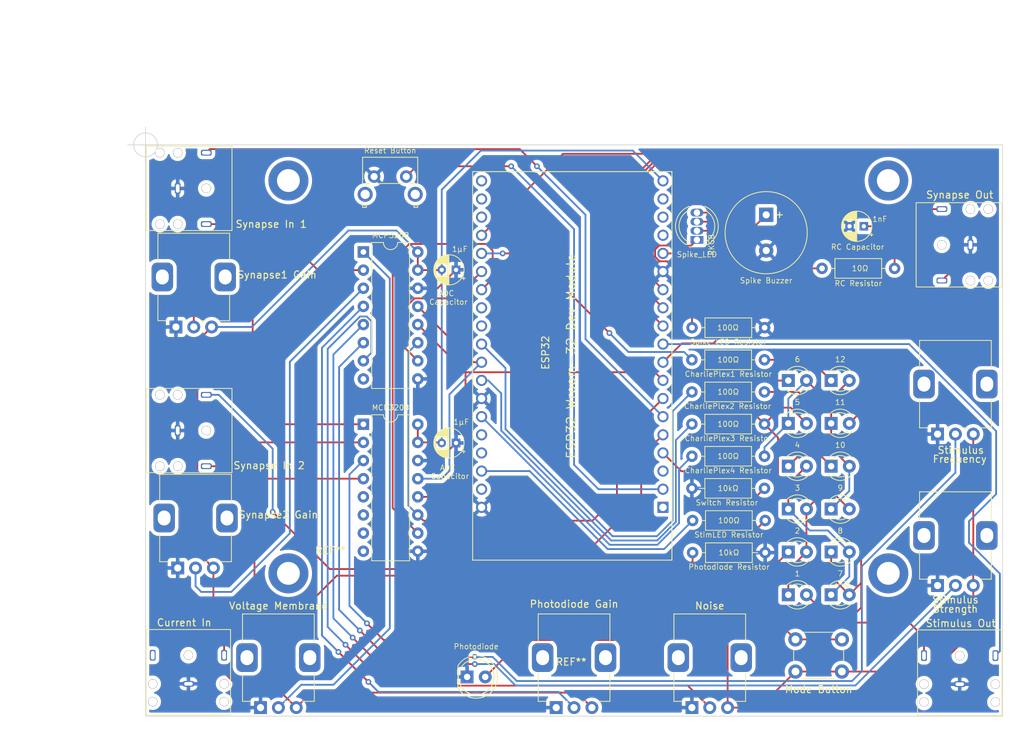
<source format=kicad_pcb>
(kicad_pcb (version 20211014) (generator pcbnew)
  (layers (0 "F.Cu" signal) (31 "B.Cu" signal) (34 "B.Paste" user) (35 "F.Paste" user) (36 "B.SilkS" user "B.Silkscreen") (37 "F.SilkS" user "F.Silkscreen") (38 "B.Mask" user) (39 "F.Mask" user) (44 "Edge.Cuts" user))
  (net 0 "")
  (net 7 "GNDREF")
  (net 8 "/23")
  (net 9 "/27")
  (net 10 "/26")
  (net 11 "+3V3")
  (net 12 "/34")
  (net 13 "/35")
  (net 14 "/25")
  (net 15 "/14")
  (net 16 "/12")
  (net 17 "/13")
  (net 18 "/22")
  (net 19 "/21")
  (net 20 "/19")
  (net 21 "/05")
  (net 22 "/17")
  (net 23 "/16")
  (net 24 "/02")
  (net 25 "/15")
  (net 26 "Net-(10Ω_RC1-Pad2)")
  (net 27 "Net-(100Ω_CharliePlex1-Pad2)")
  (net 28 "Net-(100Ω_CharliePlex2-Pad2)")
  (net 30 "Net-(100Ω_CharliePlex3-Pad2)")
  (net 31 "Net-(100Ω_CharliePlex4-Pad2)")
  (net 32 "Net-(100Ω_Stim-LED1-Pad2)")
  (net 33 "/39")
  (net 34 "VCC")
  (net 35 "Net-(Reset_Button1-Pad2)")
  (net 39 "/202")
  (net 40 "/203")
  (net 41 "/106")
  (net 42 "/103")
  (net 43 "/105")
  (net 44 "/104")
  (net 45 "/101")
  (net 46 "/102")
  (net 47 "/200")
  (net 48 "/201")
  (net 49 "/32")
  (net 50 "/33")
  (net 51 "/18")
  (net 52 "/04")
  (net 53 "/00")
  (net 54 "/100")
  (net 55 "/107")
  (net 56 "/204")
  (net 57 "/205")
  (net 58 "/206")
  (net 59 "/207")
  (net 60 "Net-(100Ω_Spike-LED1-Pad2)")
  (footprint "LED_THT:LED_D5.0mm-4_RGB" (layer "F.Cu") (at 177.2 63.3 90)
    (fp_text reference "Spike_LED")
    (fp_text value "RGB")
  )
  (footprint "MountingHole:MountingHole_3.2mm_M3_DIN965_Pad" (layer "F.Cu") (at 120 55)
    (fp_text reference " ")
    (fp_text value "MountingHole_3.2mm_M3_DIN965_Pad")
  )
  (footprint "LED_THT:LED_D3.0mm" (layer "F.Cu") (at 190 83)
    (fp_text reference "6")
    (fp_text value "D7")
  )
  (footprint "LED_THT:LED_D3.0mm" (layer "F.Cu") (at 190 113)
    (fp_text reference "1")
    (fp_text value "D2")
  )
  (footprint "Resistor_THT:R_Axial_DIN0207_L6.3mm_D2.5mm_P10.16mm_Horizontal" (layer "F.Cu") (at 186.66 98.1 180)
    (fp_text reference "10kΩ")
    (fp_text value "R5")
  )
  (footprint "Package_DIP:DIP-16_W7.62mm" (layer "F.Cu") (at 130.5 89.125)
    (fp_text reference "MCP3208")
    (fp_text value "MCP3208")
  )
  (footprint "Potentiometer_THT:Spikeling Potentiometer" (layer "F.Cu") (at 213.4 104.2 90)
    (fp_text reference "Stimulus")
    (fp_text value "RV6")
  )
  (footprint "Potentiometer_THT:Spikeling Potentiometer" (layer "F.Cu") (at 179 121.3 90)
    (fp_text reference "Noise")
    (fp_text value "RV4")
  )
  (footprint "Audio_Module:Spikeling_Photoreceptor" (layer "F.Cu") (at 159.6 122.9)
    (fp_text reference "REF**")
    (fp_text value "Spikeling_neuron")
  )
  (footprint "Audio_Module:Spikeling Audio Jack 3.5mm" (layer "F.Cu") (at 100 56.1 90)
    (fp_text reference "Synapse In 1")
    (fp_text value "J2")
  )
  (footprint "Audio_Module:Spikeling Audio Jack 3.5mm" (layer "F.Cu") (at 220 64 -90)
    (fp_text reference "Synapse Out")
    (fp_text value "J1")
  )
  (footprint "Potentiometer_THT:Spikeling Potentiometer" (layer "F.Cu") (at 106.75 68 90)
    (fp_text reference "Synapse1 Gain")
    (fp_text value "RV1")
  )
  (footprint "Audio_Module:Spikeling_Electrode" (layer "F.Cu") (at 125.9 107.3)
    (fp_text reference "REF**")
    (fp_text value "Spikeling_neuron")
  )
  (footprint "LED_THT:LED_D3.0mm" (layer "F.Cu") (at 190 101)
    (fp_text reference "3")
    (fp_text value "D4")
  )
  (footprint "Potentiometer_THT:Spikeling Potentiometer" (layer "F.Cu") (at 118.6 121.3 90)
    (fp_text reference "Voltage Membrane")
    (fp_text value "RV3")
  )
  (footprint "Resistor_THT:R_Axial_DIN0207_L6.3mm_D2.5mm_P10.16mm_Horizontal" (layer "F.Cu") (at 176.6 102.6)
    (fp_text reference "100Ω")
    (fp_text value "R3")
  )
  (footprint "MountingHole:MountingHole_3.2mm_M3_DIN965_Pad" (layer "F.Cu") (at 204 55)
    (fp_text reference " ")
    (fp_text value "MountingHole_M3")
  )
  (footprint "Package_DIP:DIP-16_W7.62mm" (layer "F.Cu") (at 130.5 65)
    (fp_text reference "MCP3208")
    (fp_text value "MCP3208")
  )
  (footprint "Capacitor_THT:CP_Radial_D4.0mm_P2.00mm" (layer "F.Cu") (at 143.4726 91.75 180)
    (fp_text reference "1μF")
    (fp_text value "1 μF")
  )
  (footprint "Audio_Module:Spikeling Audio Jack 3.5mm" (layer "F.Cu") (at 214 130.0175 180)
    (fp_text reference "Stimulus Out")
    (fp_text value "J5")
  )
  (footprint "Button_Switch_THT:Spikeling reset button" (layer "F.Cu") (at 134.25 51.75)
    (fp_text reference "Reset Button")
    (fp_text value "SW2")
  )
  (footprint "LED_THT:LED_D3.0mm" (layer "F.Cu") (at 196 95)
    (fp_text reference "10")
    (fp_text value "D11")
  )
  (footprint "LED_THT:LED_D3.0mm" (layer "F.Cu") (at 196 107)
    (fp_text reference "8")
    (fp_text value "LED")
  )
  (footprint "Capacitor_THT:CP_Radial_D4.0mm_P2.00mm" (layer "F.Cu") (at 143.4726 67.5 180)
    (fp_text reference "1μF")
    (fp_text value "1 μF")
  )
  (footprint "Resistor_THT:R_Axial_DIN0207_L6.3mm_D2.5mm_P10.16mm_Horizontal" (layer "F.Cu") (at 176.5 93.6)
    (fp_text reference "100Ω")
    (fp_text value "R9")
  )
  (footprint "LED_THT:LED_D3.0mm" (layer "F.Cu") (at 196 83)
    (fp_text reference "12")
    (fp_text value "D13")
  )
  (footprint "LED_THT:LED_D3.0mm" (layer "F.Cu") (at 196 89)
    (fp_text reference "11")
    (fp_text value "D12")
  )
  (footprint "LED_THT:LED_D3.0mm" (layer "F.Cu") (at 196 101)
    (fp_text reference "9")
    (fp_text value "D10")
  )
  (footprint "Resistor_THT:R_Axial_DIN0207_L6.3mm_D2.5mm_P10.16mm_Horizontal" (layer "F.Cu") (at 194.72 67.3)
    (fp_text reference "10Ω")
    (fp_text value "R1")
  )
  (footprint "LED_THT:LED_D5.0mm" (layer "F.Cu") (at 145.025 124.5)
    (fp_text reference "Photodiode")
    (fp_text value "D1")
  )
  (footprint "Potentiometer_THT:Spikeling Potentiometer" (layer "F.Cu") (at 213.4 83 90)
    (fp_text reference "Stimulus")
    (fp_text value "RV7")
  )
  (footprint "Potentiometer_THT:Spikeling Potentiometer" (layer "F.Cu") (at 107 101.75 90)
    (fp_text reference "Synapse2 Gain")
    (fp_text value "RV2")
  )
  (footprint "Audio_Module:Spikeling Audio Jack 3.5mm" (layer "F.Cu") (at 100 90 90)
    (fp_text reference "Synapse In 2")
    (fp_text value "J3")
  )
  (footprint "LED_THT:LED_D3.0mm" (layer "F.Cu") (at 190 107)
    (fp_text reference "2")
    (fp_text value "D3")
  )
  (footprint "MountingHole:MountingHole_3.2mm_M3_DIN965_Pad" (layer "F.Cu") (at 204 110)
    (fp_text reference " ")
    (fp_text value "MountingHole_3.2mm_M3_DIN965_Pad")
  )
  (footprint "LED_THT:LED_D3.0mm" (layer "F.Cu") (at 190 95)
    (fp_text reference "4")
    (fp_text value "D5")
  )
  (footprint "Audio_Module:Spikeling Audio Jack 3.5mm" (layer "F.Cu") (at 106 129.9685 180)
    (fp_text reference "Current In")
    (fp_text value "J4")
  )
  (footprint "Resistor_THT:R_Axial_DIN0207_L6.3mm_D2.5mm_P10.16mm_Horizontal" (layer "F.Cu") (at 176.5 89.1)
    (fp_text reference "100Ω")
    (fp_text value "R8")
  )
  (footprint "Resistor_THT:R_Axial_DIN0207_L6.3mm_D2.5mm_P10.16mm_Horizontal" (layer "F.Cu") (at 176.6 107.1)
    (fp_text reference "10kΩ")
    (fp_text value "R2")
  )
  (footprint "Potentiometer_THT:Spikeling Potentiometer" (layer "F.Cu") (at 160 121.3 90)
    (fp_text reference "Photodiode Gain")
    (fp_text value "RV5")
  )
  (footprint "Capacitor_THT:CP_Radial_D4.0mm_P2.00mm" (layer "F.Cu") (at 200.5726 61.4 180)
    (fp_text reference "1nF")
    (fp_text value "C3")
  )
  (footprint "Resistor_THT:R_Axial_DIN0207_L6.3mm_D2.5mm_P10.16mm_Horizontal" (layer "F.Cu") (at 176.5 84.6)
    (fp_text reference "100Ω")
    (fp_text value "R7")
  )
  (footprint "Resistor_THT:R_Axial_DIN0207_L6.3mm_D2.5mm_P10.16mm_Horizontal" (layer "F.Cu") (at 186.68 75.6 180)
    (fp_text reference "100Ω")
    (fp_text value "R4")
  )
  (footprint "Buzzer_Beeper:Buzzer_11.5x9.5RM5" (layer "F.Cu") (at 186.9 58.5 -90)
    (fp_text reference "Spike Buzzer")
    (fp_text value "BZ1")
  )
  (footprint "MountingHole:MountingHole_3.2mm_M3_DIN965_Pad" (layer "F.Cu") (at 120 110)
    (fp_text reference " ")
    (fp_text value "MountingHole_3.2mm_M3_DIN965_Pad")
  )
  (footprint "Audio_Module:Spikeling_Neuron" (layer "F.Cu") (at 155.9 65.6)
    (fp_text reference "ESP32")
    (fp_text value "Spikeling_neuron")
  )
  (footprint "Resistor_THT:R_Axial_DIN0207_L6.3mm_D2.5mm_P10.16mm_Horizontal" (layer "F.Cu") (at 176.5 80.1)
    (fp_text reference "100Ω")
    (fp_text value "R6")
  )
  (footprint "Button_Switch_THT:SW_PUSH_6mm_H13mm" (layer "F.Cu") (at 191 119.25)
    (fp_text reference "Mode Button")
    (fp_text value "SW1")
  )
  (footprint "Module:MODULE_ESP32-DEVKITC-32D" (layer "F.Cu") (at 159.75 81 180)
    (fp_text reference "ESP32 Wroom-32 Dev Module")
    (fp_text value "ESP32-DEVKITC-32D")
  )
  (footprint "LED_THT:LED_D3.0mm" (layer "F.Cu") (at 196 113)
    (fp_text reference "7")
    (fp_text value "D8")
  )
  (footprint "LED_THT:LED_D3.0mm" (layer "F.Cu") (at 190 89)
    (fp_text reference "5")
    (fp_text value "D6")
  )
  (gr_line (start 220 130) (end 100 130) (layer "Edge.Cuts") (width 0.1))
  (gr_line (start 100 50) (end 220 50) (layer "Edge.Cuts") (width 0.1))
  (gr_line (start 220 50) (end 220 130) (layer "Edge.Cuts") (width 0.1))
  (gr_line (start 100 130) (end 100 50) (layer "Edge.Cuts") (width 0.1))
  (gr_text "ADC \nCapacitor" (at 142.4 71.4) (layer "F.SilkS") (effects (font (size 0.75 0.75) (thickness 0.1))))
  (gr_text "Switch Resistor" (at 181.4 100.1) (layer "F.SilkS") (effects (font (size 0.75 0.75) (thickness 0.1))))
  (gr_text "CharliePlex3 Resistor" (at 181.58 91.1) (layer "F.SilkS") (effects (font (size 0.75 0.75) (thickness 0.1))))
  (gr_text "Frequency" (at 214 94) (layer "F.SilkS") (effects (font (size 1 1))))
  (gr_text "Strength" (at 213.4 115) (layer "F.SilkS") (effects (font (size 1 1))))
  (gr_text "CharliePlex2 Resistor" (at 181.5 86.6) (layer "F.SilkS") (effects (font (size 0.75 0.75) (thickness 0.1))))
  (gr_text "Spike_LED Resistor" (at 181.58 77.6) (layer "F.SilkS") (effects (font (size 0.75 0.75) (thickness 0.1))))
  (gr_text "CharliePlex1 Resistor" (at 181.6 82.1) (layer "F.SilkS") (effects (font (size 0.75 0.75) (thickness 0.1))))
  (gr_text "RKGB" (at 179.25 64 90) (layer "F.SilkS") (effects (font (size 0.75 0.75) (thickness 0.1))))
  (gr_text "RC Capacitor" (at 199.7 64.3) (layer "F.SilkS") (effects (font (size 0.75 0.75) (thickness 0.1))))
  (gr_text "RC Resistor" (at 199.8 69.4) (layer "F.SilkS") (effects (font (size 0.75 0.75) (thickness 0.1))))
  (gr_text "StimLED Resistor" (at 181.68 104.6) (layer "F.SilkS") (effects (font (size 0.75 0.75) (thickness 0.1))))
  (gr_text "Photodiode Resistor" (at 181.7 109.1) (layer "F.SilkS") (effects (font (size 0.75 0.75) (thickness 0.1))))
  (gr_text "ADC \nCapacitor" (at 142.6 95.8) (layer "F.SilkS") (effects (font (size 0.75 0.75) (thickness 0.1))))
  (gr_text "CharliePlex4 Resistor" (at 181.58 95.6) (layer "F.SilkS") (effects (font (size 0.75 0.75) (thickness 0.1))))
  (target plus (at 100 50) (size 5) (width 0.1) (layer "Edge.Cuts"))
  (segment (start 141.0176 94.205) (end 143.4726 91.75) (width 0.25) (layer "F.Cu") (net 7))
  (segment (start 140.8926 70.08) (end 143.4726 67.5) (width 0.25) (layer "F.Cu") (net 7))
  (segment (start 138.12 94.205) (end 141.0176 94.205) (width 0.25) (layer "F.Cu") (net 7))
  (segment (start 138.12 70.08) (end 140.8926 70.08) (width 0.25) (layer "F.Cu") (net 7))
  (segment (start 176.4 99.019022) (end 176.4 98.3) (width 0.25) (layer "B.Cu") (net 7))
  (segment (start 178.5 51.8) (end 180.4 53.7) (width 0.25) (layer "F.Cu") (net 9))
  (segment (start 172.45 75.36) (end 168.3 71.21) (width 0.25) (layer "F.Cu") (net 9))
  (segment (start 180.4 61.6) (end 179.97 62.03) (width 0.25) (layer "F.Cu") (net 9))
  (segment (start 180.4 53.7) (end 180.4 61.6) (width 0.25) (layer "F.Cu") (net 9))
  (segment (start 172.45 75.36) (end 172.45 74.8797) (width 0.25) (layer "F.Cu") (net 9))
  (segment (start 179.97 62.03) (end 177.2 62.03) (width 0.25) (layer "F.Cu") (net 9))
  (segment (start 168.3 54.6) (end 171.1 51.8) (width 0.25) (layer "F.Cu") (net 9))
  (segment (start 176.6 62.14) (end 177.75 62.14) (width 0.25) (layer "F.Cu") (net 9))
  (segment (start 168.3 71.21) (end 168.3 54.6) (width 0.25) (layer "F.Cu") (net 9))
  (segment (start 171.1 51.8) (end 178.5 51.8) (width 0.25) (layer "F.Cu") (net 9))
  (segment (start 215.3 102.7) (end 219.1 98.9) (width 0.25) (layer "B.Cu") (net 10))
  (segment (start 219 121.5175) (end 219.62452 120.89298) (width 0.25) (layer "B.Cu") (net 10))
  (segment (start 219.62452 120.89298) (end 219.62452 110.04412) (width 0.25) (layer "B.Cu") (net 10))
  (segment (start 206.9196 77.9) (end 172.45 77.9) (width 0.25) (layer "B.Cu") (net 10))
  (segment (start 219.62452 110.04412) (end 215.3 105.7196) (width 0.25) (layer "B.Cu") (net 10))
  (segment (start 219.1 90.0804) (end 206.9196 77.9) (width 0.25) (layer "B.Cu") (net 10))
  (segment (start 215.3 105.7196) (end 215.3 102.7) (width 0.25) (layer "B.Cu") (net 10))
  (segment (start 219.1 98.9) (end 219.1 90.0804) (width 0.25) (layer "B.Cu") (net 10))
  (segment (start 159.4 109.4) (end 125.8 109.4) (width 0.25) (layer "F.Cu") (net 12))
  (segment (start 172.45 90.6) (end 169.4 93.65) (width 0.25) (layer "F.Cu") (net 12))
  (segment (start 125.8 109.4) (end 117.8 101.4) (width 0.25) (layer "F.Cu") (net 12))
  (segment (start 169.4 93.65) (end 169.4 99.4) (width 0.25) (layer "F.Cu") (net 12))
  (segment (start 169.4 99.4) (end 159.4 109.4) (width 0.25) (layer "F.Cu") (net 12))
  (via (at 117.8 101.4) (size 0.8) (drill 0.4) (layers "F.Cu" "B.Cu") (net 12))
  (segment (start 108.5 85) (end 110.25 85) (width 0.25) (layer "B.Cu") (net 12))
  (segment (start 117.8 92.55) (end 117.8 101.4) (width 0.25) (layer "B.Cu") (net 12))
  (segment (start 110.25 85) (end 117.8 92.55) (width 0.25) (layer "B.Cu") (net 12))
  (segment (start 154.8 53) (end 152.4 50.6) (width 0.25) (layer "F.Cu") (net 13))
  (segment (start 152.4 50.6) (end 109 50.6) (width 0.25) (layer "F.Cu") (net 13))
  (segment (start 109 50.6) (end 108.5 51.1) (width 0.25) (layer "F.Cu") (net 13))
  (via (at 154.8 53) (size 0.8) (drill 0.4) (layers "F.Cu" "B.Cu") (net 13))
  (segment (start 161.6 77.21) (end 172.45 88.06) (width 0.25) (layer "B.Cu") (net 13))
  (segment (start 161.6 59.8) (end 161.6 77.21) (width 0.25) (layer "B.Cu") (net 13))
  (segment (start 154.8 53) (end 161.6 59.8) (width 0.25) (layer "B.Cu") (net 13))
  (segment (start 172.45 80.44) (end 173.914511 78.975489) (width 0.25) (layer "F.Cu") (net 14))
  (segment (start 173.914511 78.975489) (end 173.924511 78.975489) (width 0.25) (layer "F.Cu") (net 14))
  (segment (start 179.5 77.8) (end 190 67.3) (width 0.25) (layer "F.Cu") (net 14))
  (segment (start 175.1 77.8) (end 179.5 77.8) (width 0.25) (layer "F.Cu") (net 14))
  (segment (start 190 67.3) (end 194.72 67.3) (width 0.25) (layer "F.Cu") (net 14))
  (segment (start 173.924511 78.975489) (end 175.1 77.8) (width 0.25) (layer "F.Cu") (net 14))
  (segment (start 168.74952 69.11952) (end 172.45 72.82) (width 0.25) (layer "F.Cu") (net 15))
  (segment (start 179.95048 60.14952) (end 179.95048 53.886198) (width 0.25) (layer "F.Cu") (net 15))
  (segment (start 179.34 60.76) (end 179.95048 60.14952) (width 0.25) (layer "F.Cu") (net 15))
  (segment (start 179.95048 53.886198) (end 178.313802 52.24952) (width 0.25) (layer "F.Cu") (net 15))
  (segment (start 171.286198 52.24952) (end 168.74952 54.786198) (width 0.25) (layer "F.Cu") (net 15))
  (segment (start 177.2 60.76) (end 179.34 60.76) (width 0.25) (layer "F.Cu") (net 15))
  (segment (start 168.74952 54.786198) (end 168.74952 69.11952) (width 0.25) (layer "F.Cu") (net 15))
  (segment (start 178.313802 52.24952) (end 171.286198 52.24952) (width 0.25) (layer "F.Cu") (net 15))
  (segment (start 179.5 58.7) (end 179.5 54.071436) (width 0.25) (layer "F.Cu") (net 16))
  (segment (start 177.2 59.49) (end 178.71 59.49) (width 0.25) (layer "F.Cu") (net 16))
  (segment (start 178.71 59.49) (end 179.5 58.7) (width 0.25) (layer "F.Cu") (net 16))
  (segment (start 178.127604 52.69904) (end 171.472396 52.69904) (width 0.25) (layer "F.Cu") (net 16))
  (segment (start 169.3 54.871436) (end 169.3 67.13) (width 0.25) (layer "F.Cu") (net 16))
  (segment (start 179.5 54.071436) (end 178.127604 52.69904) (width 0.25) (layer "F.Cu") (net 16))
  (segment (start 169.3 67.13) (end 172.45 70.28) (width 0.25) (layer "F.Cu") (net 16))
  (segment (start 171.472396 52.69904) (end 169.3 54.871436) (width 0.25) (layer "F.Cu") (net 16))
  (segment (start 181.5 65.2) (end 186.9 59.8) (width 0.25) (layer "F.Cu") (net 17))
  (segment (start 172.45 65.2) (end 172.45 64.8) (width 0.25) (layer "F.Cu") (net 17))
  (segment (start 172.45 65.2) (end 181.5 65.2) (width 0.25) (layer "F.Cu") (net 17))
  (segment (start 172.6 106.6) (end 176.6 102.6) (width 0.25) (layer "B.Cu") (net 18))
  (segment (start 164.7 106.6) (end 172.6 106.6) (width 0.25) (layer "B.Cu") (net 18))
  (segment (start 153.78 95.68) (end 164.7 106.6) (width 0.25) (layer "B.Cu") (net 18))
  (segment (start 147.05 95.68) (end 153.78 95.68) (width 0.25) (layer "B.Cu") (net 18))
  (segment (start 164.99 106) (end 171.671435 106) (width 0.25) (layer "B.Cu") (net 19))
  (segment (start 174.69904 95.40096) (end 176.5 93.6) (width 0.25) (layer "B.Cu") (net 19))
  (segment (start 164.99 106) (end 147.05 88.06) (width 0.25) (layer "B.Cu") (net 19))
  (segment (start 171.671435 106) (end 174.69904 102.972394) (width 0.25) (layer "B.Cu") (net 19))
  (segment (start 174.69904 102.972394) (end 174.69904 95.40096) (width 0.25) (layer "B.Cu") (net 19))
  (segment (start 165.2 105.4) (end 149.8 90) (width 0.25) (layer "B.Cu") (net 20))
  (segment (start 147.98 82.98) (end 147.05 82.98) (width 0.25) (layer "B.Cu") (net 20))
  (segment (start 174.24952 102.786197) (end 174.24952 91.35048) (width 0.25) (layer "B.Cu") (net 20))
  (segment (start 174.24952 91.35048) (end 176.5 89.1) (width 0.25) (layer "B.Cu") (net 20))
  (segment (start 149.8 84.8) (end 147.98 82.98) (width 0.25) (layer "B.Cu") (net 20))
  (segment (start 149.8 90) (end 149.8 84.8) (width 0.25) (layer "B.Cu") (net 20))
  (segment (start 171.635717 105.4) (end 174.24952 102.786197) (width 0.25) (layer "B.Cu") (net 20))
  (segment (start 165.2 105.4) (end 171.635717 105.4) (width 0.25) (layer "B.Cu") (net 20))
  (segment (start 173.8 102.6) (end 173.8 87.3) (width 0.25) (layer "B.Cu") (net 21))
  (segment (start 171.6 104.8) (end 173.8 102.6) (width 0.25) (layer "B.Cu") (net 21))
  (segment (start 165.4 104.8) (end 171.6 104.8) (width 0.25) (layer "B.Cu") (net 21))
  (segment (start 150.4 89.8) (end 165.4 104.8) (width 0.25) (layer "B.Cu") (net 21))
  (segment (start 173.8 87.3) (end 176.5 84.6) (width 0.25) (layer "B.Cu") (net 21))
  (segment (start 147.05 77.9) (end 150.4 81.25) (width 0.25) (layer "B.Cu") (net 21))
  (segment (start 150.4 81.25) (end 150.4 89.8) (width 0.25) (layer "B.Cu") (net 21))
  (segment (start 153.8 65.2) (end 164.95 76.35) (width 0.25) (layer "F.Cu") (net 24))
  (segment (start 150 65.2) (end 153.8 65.2) (width 0.25) (layer "F.Cu") (net 24))
  (via (at 150 65.2) (size 0.8) (drill 0.4) (layers "F.Cu" "B.Cu") (net 24))
  (via (at 164.95 76.35) (size 0.8) (drill 0.4) (layers "F.Cu" "B.Cu") (net 24))
  (segment (start 167.604511 79.004511) (end 164.95 76.35) (width 0.25) (layer "B.Cu") (net 24))
  (segment (start 176.5 80.1) (end 175.404511 79.004511) (width 0.25) (layer "B.Cu") (net 24))
  (segment (start 150 65.2) (end 147.05 65.2) (width 0.25) (layer "B.Cu") (net 24))
  (segment (start 175.404511 79.004511) (end 167.604511 79.004511) (width 0.25) (layer "B.Cu") (net 24))
  (segment (start 164.95 76.35) (end 164.9 76.3) (width 0.25) (layer "B.Cu") (net 24))
  (segment (start 147.05 62.66) (end 158.46 51.25) (width 0.25) (layer "F.Cu") (net 25))
  (segment (start 214 66.5) (end 214 63.9685) (width 0.25) (layer "F.Cu") (net 25))
  (segment (start 158.46 51.25) (end 208 51.25) (width 0.25) (layer "F.Cu") (net 25))
  (segment (start 214 57.25) (end 214 63.9685) (width 0.25) (layer "F.Cu") (net 25))
  (segment (start 211.5 69) (end 214 66.5) (width 0.25) (layer "F.Cu") (net 25))
  (segment (start 208 51.25) (end 214 57.25) (width 0.25) (layer "F.Cu") (net 25))
  (segment (start 200.5726 61.4) (end 206.3685 61.4) (width 0.25) (layer "F.Cu") (net 26))
  (segment (start 204.88 62.8885) (end 206.3685 61.4) (width 0.25) (layer "F.Cu") (net 26))
  (segment (start 206.3685 61.4) (end 208.7685 59) (width 0.25) (layer "F.Cu") (net 26))
  (segment (start 208.7685 59) (end 211.5 59) (width 0.25) (layer "F.Cu") (net 26))
  (segment (start 204.88 67.3) (end 204.88 62.8885) (width 0.25) (layer "F.Cu") (net 26))
  (segment (start 200.2 114.8) (end 199.3 115.7) (width 0.25) (layer "F.Cu") (net 27))
  (segment (start 200.2 80.7) (end 200.2 87.34) (width 0.25) (layer "F.Cu") (net 27))
  (segment (start 200.2 111.2) (end 200.2 111.34) (width 0.25) (layer "F.Cu") (net 27))
  (segment (start 189.5 115.7) (end 188.4 114.6) (width 0.25) (layer "F.Cu") (net 27))
  (segment (start 193.1 80.1) (end 199.6 80.1) (width 0.25) (layer "F.Cu") (net 27))
  (segment (start 196 107) (end 196 110.46) (width 0.25) (layer "F.Cu") (net 27))
  (segment (start 199.6 80.1) (end 200.2 80.7) (width 0.25) (layer "F.Cu") (net 27))
  (segment (start 186.66 80.1) (end 193.1 80.1) (width 0.25) (layer "F.Cu") (net 27))
  (segment (start 196 110.46) (end 198.54 113) (width 0.25) (layer "F.Cu") (net 27))
  (segment (start 200.2 87.34) (end 200.2 111.34) (width 0.25) (layer "F.Cu") (net 27))
  (segment (start 195.24 115.7) (end 189.5 115.7) (width 0.25) (layer "F.Cu") (net 27))
  (segment (start 200.2 111.34) (end 200.2 114.8) (width 0.25) (layer "F.Cu") (net 27))
  (segment (start 200.2 111.34) (end 198.54 113) (width 0.25) (layer "F.Cu") (net 27))
  (segment (start 195.24 115.7) (end 192.54 113) (width 0.25) (layer "F.Cu") (net 27))
  (segment (start 199.3 115.7) (end 195.24 115.7) (width 0.25) (layer "F.Cu") (net 27))
  (segment (start 188.4 108.6) (end 190 107) (width 0.25) (layer "F.Cu") (net 27))
  (segment (start 193.1 80.1) (end 196 83) (width 0.25) (layer "F.Cu") (net 27))
  (segment (start 200.2 87.34) (end 198.54 89) (width 0.25) (layer "F.Cu") (net 27))
  (segment (start 188.4 114.6) (end 188.4 108.6) (width 0.25) (layer "F.Cu") (net 27))
  (segment (start 190 113) (end 190 109.54) (width 0.25) (layer "F.Cu") (net 28))
  (segment (start 194.1 93.1) (end 194.1 95.6) (width 0.25) (layer "F.Cu") (net 28))
  (segment (start 190 109.54) (end 192.54 107) (width 0.25) (layer "F.Cu") (net 28))
  (segment (start 194.1 95.6) (end 194.1 99.44) (width 0.25) (layer "F.Cu") (net 28))
  (segment (start 198.54 101) (end 194.1 96.56) (width 0.25) (layer "F.Cu") (net 28))
  (segment (start 194.1 89) (end 194.1 93.1) (width 0.25) (layer "F.Cu") (net 28))
  (segment (start 194.1 99.44) (end 192.54 101) (width 0.25) (layer "F.Cu") (net 28))
  (segment (start 194.1 90.9) (end 194.1 89) (width 0.25) (layer "F.Cu") (net 28))
  (segment (start 191.4 84.6) (end 194.1 87.3) (width 0.25) (layer "F.Cu") (net 28))
  (segment (start 190 95) (end 194.1 90.9) (width 0.25) (layer "F.Cu") (net 28))
  (segment (start 194.1 96.56) (end 194.1 95.6) (width 0.25) (layer "F.Cu") (net 28))
  (segment (start 194.1 87.3) (end 194.1 89) (width 0.25) (layer "F.Cu") (net 28))
  (segment (start 194.1 93.1) (end 196 95) (width 0.25) (layer "F.Cu") (net 28))
  (segment (start 186.66 84.6) (end 191.4 84.6) (width 0.25) (layer "F.Cu") (net 28))
  (segment (start 192.54 101) (end 192.54 107) (width 0.25) (layer "F.Cu") (net 28))
  (segment (start 192.54 107) (end 192.54 106.225009) (width 0.25) (layer "B.Cu") (net 28))
  (segment (start 186.66 89.1) (end 184.8 87.24) (width 0.25) (layer "F.Cu") (net 30))
  (segment (start 184.8 87.24) (end 184.8 84.1) (width 0.25) (layer "F.Cu") (net 30))
  (segment (start 190 97.54) (end 190 98.88) (width 0.25) (layer "F.Cu") (net 30))
  (segment (start 184.8 84.1) (end 185.9 83) (width 0.25) (layer "F.Cu") (net 30))
  (segment (start 186.66 89.1) (end 188.96 86.8) (width 0.25) (layer "F.Cu") (net 30))
  (segment (start 188.56 91) (end 188.56 97.44) (width 0.25) (layer "F.Cu") (net 30))
  (segment (start 190 98.88) (end 190 101) (width 0.25) (layer "F.Cu") (net 30))
  (segment (start 185.9 83) (end 190 83) (width 0.25) (layer "F.Cu") (net 30))
  (segment (start 188.96 86.8) (end 190.34 86.8) (width 0.25) (layer "F.Cu") (net 30))
  (segment (start 190.34 86.8) (end 192.54 89) (width 0.25) (layer "F.Cu") (net 30))
  (segment (start 192.54 95) (end 190 97.54) (width 0.25) (layer "F.Cu") (net 30))
  (segment (start 186.66 89.1) (end 188.56 91) (width 0.25) (layer "F.Cu") (net 30))
  (segment (start 188.56 97.44) (end 190 98.88) (width 0.25) (layer "F.Cu") (net 30))
  (segment (start 198.54 107) (end 198.54 110.46) (width 0.25) (layer "B.Cu") (net 30))
  (segment (start 190 101) (end 193 104) (width 0.25) (layer "B.Cu") (net 30))
  (segment (start 195.54 104) (end 198.54 107) (width 0.25) (layer "B.Cu") (net 30))
  (segment (start 193 104) (end 195.54 104) (width 0.25) (layer "B.Cu") (net 30))
  (segment (start 198.54 110.46) (end 196 113) (width 0.25) (layer "B.Cu") (net 30))
  (segment (start 196 92.46) (end 198.54 95) (width 0.25) (layer "F.Cu") (net 31))
  (segment (start 192.54 83) (end 196 86.46) (width 0.25) (layer "F.Cu") (net 31))
  (segment (start 196 86.46) (end 196 85.54) (width 0.25) (layer "F.Cu") (net 31))
  (segment (start 196 89) (end 196 92.46) (width 0.25) (layer "F.Cu") (net 31))
  (segment (start 196 86.46) (end 196 89) (width 0.25) (layer "F.Cu") (net 31))
  (segment (start 196 85.54) (end 198.54 83) (width 0.25) (layer "F.Cu") (net 31))
  (segment (start 198.54 95) (end 198.54 98.46) (width 0.25) (layer "B.Cu") (net 31))
  (segment (start 190 89) (end 190 85.54) (width 0.25) (layer "B.Cu") (net 31))
  (segment (start 186.66 93.6) (end 186.66 92.34) (width 0.25) (layer "B.Cu") (net 31))
  (segment (start 186.66 92.34) (end 190 89) (width 0.25) (layer "B.Cu") (net 31))
  (segment (start 198.54 98.46) (end 196 101) (width 0.25) (layer "B.Cu") (net 31))
  (segment (start 190 85.54) (end 192.54 83) (width 0.25) (layer "B.Cu") (net 31))
  (segment (start 189.6 116.9) (end 206.9315 116.9) (width 0.25) (layer "F.Cu") (net 32))
  (segment (start 185.1 112.4) (end 189.6 116.9) (width 0.25) (layer "F.Cu") (net 32))
  (segment (start 206.9315 116.9) (end 209 118.9685) (width 0.25) (layer "F.Cu") (net 32))
  (segment (start 185.1 104.26) (end 185.1 112.4) (width 0.25) (layer "F.Cu") (net 32))
  (segment (start 186.76 102.6) (end 185.1 104.26) (width 0.25) (layer "F.Cu") (net 32))
  (segment (start 209 118.9685) (end 209 121.5175) (width 0.25) (layer "F.Cu") (net 32))
  (segment (start 175.01 95.7) (end 179.54 95.7) (width 0.25) (layer "F.Cu") (net 33))
  (segment (start 186.66 98.1) (end 184.3 100.46) (width 0.25) (layer "F.Cu") (net 33))
  (segment (start 191 119.25) (end 197.5 119.25) (width 0.25) (layer "F.Cu") (net 33))
  (segment (start 184.3 112.55) (end 191 119.25) (width 0.25) (layer "F.Cu") (net 33))
  (segment (start 184.3 100.46) (end 184.3 112.55) (width 0.25) (layer "F.Cu") (net 33))
  (segment (start 179.54 95.7) (end 184.3 100.46) (width 0.25) (layer "F.Cu") (net 33))
  (segment (start 172.45 93.14) (end 175.01 95.7) (width 0.25) (layer "F.Cu") (net 33))
  (segment (start 191 118.92) (end 191 119.25) (width 0.25) (layer "B.Cu") (net 33))
  (segment (start 160.4 126.7) (end 158.1 126.7) (width 0.25) (layer "F.Cu") (net 34))
  (segment (start 170.974511 110.325489) (end 176 105.3) (width 0.25) (layer "F.Cu") (net 34))
  (segment (start 107.25 77.5) (end 107.25 107) (width 0.25) (layer "F.Cu") (net 34))
  (segment (start 185.95 128.8) (end 191 123.75) (width 0.25) (layer "F.Cu") (net 34))
  (segment (start 141.4326 67.54) (end 141.4726 67.5) (width 0.25) (layer "F.Cu") (net 34))
  (segment (start 109.25 75.5) (end 107.25 77.5) (width 0.25) (layer "F.Cu") (net 34))
  (segment (start 181.5 108.8) (end 181.5 128.8) (width 0.25) (layer "F.Cu") (net 34))
  (segment (start 210.25 123.75) (end 215.9 118.1) (width 0.25) (layer "F.Cu") (net 34))
  (segment (start 138.12 89.125) (end 138.12 91.665) (width 0.25) (layer "F.Cu") (net 34))
  (segment (start 197.5 123.75) (end 210.25 123.75) (width 0.25) (layer "F.Cu") (net 34))
  (segment (start 117.8 119.3) (end 126.774511 110.325489) (width 0.25) (layer "F.Cu") (net 34))
  (segment (start 138.12 65) (end 138.12 67.54) (width 0.25) (layer "F.Cu") (net 34))
  (segment (start 109.5 122.4) (end 112.6 125.5) (width 0.25) (layer "F.Cu") (net 34))
  (segment (start 162.5 128.8) (end 160.4 126.7) (width 0.25) (layer "F.Cu") (net 34))
  (segment (start 138.12 67.54) (end 141.4326 67.54) (width 0.25) (layer "F.Cu") (net 34))
  (segment (start 123.2 126.7) (end 158.1 126.7) (width 0.25) (layer "F.Cu") (net 34))
  (segment (start 181.5 128.8) (end 185.95 128.8) (width 0.25) (layer "F.Cu") (net 34))
  (segment (start 107.25 107) (end 109.5 109.25) (width 0.25) (layer "F.Cu") (net 34))
  (segment (start 191 123.75) (end 197.5 123.75) (width 0.25) (layer "F.Cu") (net 34))
  (segment (start 215.9 90.5) (end 215.9 111.7) (width 0.25) (layer "F.Cu") (net 34))
  (segment (start 117.8 125.5) (end 121.1 128.8) (width 0.25) (layer "F.Cu") (net 34))
  (segment (start 138.12 91.665) (end 141.3876 91.665) (width 0.25) (layer "F.Cu") (net 34))
  (segment (start 176 105.3) (end 178 105.3) (width 0.25) (layer "F.Cu") (net 34))
  (segment (start 178 105.3) (end 181.5 108.8) (width 0.25) (layer "F.Cu") (net 34))
  (segment (start 126.774511 110.325489) (end 170.974511 110.325489) (width 0.25) (layer "F.Cu") (net 34))
  (segment (start 121.1 128.8) (end 123.2 126.7) (width 0.25) (layer "F.Cu") (net 34))
  (segment (start 215.9 118.1) (end 215.9 111.7) (width 0.25) (layer "F.Cu") (net 34))
  (segment (start 141.3876 91.665) (end 141.4726 91.75) (width 0.25) (layer "F.Cu") (net 34))
  (segment (start 117.8 125.5) (end 117.8 119.3) (width 0.25) (layer "F.Cu") (net 34))
  (segment (start 109.5 109.25) (end 109.5 122.4) (width 0.25) (layer "F.Cu") (net 34))
  (segment (start 112.6 125.5) (end 117.8 125.5) (width 0.25) (layer "F.Cu") (net 34))
  (segment (start 114.9 75.5) (end 128.4 62) (width 0.25) (layer "B.Cu") (net 34))
  (segment (start 146.95 50.8) (end 168.21 50.8) (width 0.25) (layer "B.Cu") (net 34))
  (segment (start 141.4726 56.2774) (end 146.95 50.8) (width 0.25) (layer "B.Cu") (net 34))
  (segment (start 109.25 75.5) (end 114.9 75.5) (width 0.25) (layer "B.Cu") (net 34))
  (segment (start 135.12 62) (end 138.12 65) (width 0.25) (layer "B.Cu") (net 34))
  (segment (start 141.4726 67.5) (end 141.4726 56.2774) (width 0.25) (layer "B.Cu") (net 34))
  (segment (start 168.21 50.8) (end 172.45 55.04) (width 0.25) (layer "B.Cu") (net 34))
  (segment (start 128.4 62) (end 135.12 62) (width 0.25) (layer "B.Cu") (net 34))
  (segment (start 141.4726 67.5) (end 141.4726 91.75) (width 0.25) (layer "B.Cu") (net 34))
  (segment (start 137.94 53) (end 151.2 53) (width 0.25) (layer "F.Cu") (net 35))
  (segment (start 136.5 54.44) (end 137.94 53) (width 0.25) (layer "F.Cu") (net 35))
  (via (at 151.2 53) (size 0.8) (drill 0.4) (layers "F.Cu" "B.Cu") (net 35))
  (segment (start 163.42 98.22) (end 172.45 98.22) (width 0.25) (layer "B.Cu") (net 35))
  (segment (start 160 61.8) (end 160 94.8) (width 0.25) (layer "B.Cu") (net 35))
  (segment (start 151.2 53) (end 160 61.8) (width 0.25) (layer "B.Cu") (net 35))
  (segment (start 160 94.8) (end 163.42 98.22) (width 0.25) (layer "B.Cu") (net 35))
  (segment (start 131 117) (end 133.3325 119.3325) (width 0.25) (layer "F.Cu") (net 39))
  (segment (start 147.565 124.5) (end 152.7325 119.3325) (width 0.25) (layer "F.Cu") (net 39))
  (segment (start 152.7325 119.3325) (end 165.5675 119.3325) (width 0.25) (layer "F.Cu") (net 39))
  (segment (start 133.3325 119.3325) (end 152.7325 119.3325) (width 0.25) (layer "F.Cu") (net 39))
  (segment (start 165.5675 119.3325) (end 176.6 108.3) (width 0.25) (layer "F.Cu") (net 39))
  (segment (start 176.6 108.3) (end 176.6 107.1) (width 0.25) (layer "F.Cu") (net 39))
  (via (at 131 117) (size 0.8) (drill 0.4) (layers "F.Cu" "B.Cu") (net 39))
  (segment (start 130.5 94.205) (end 128.55 96.155) (width 0.25) (layer "B.Cu") (net 39))
  (segment (start 128.55 96.155) (end 128.55 114.55) (width 0.25) (layer "B.Cu") (net 39))
  (segment (start 128.55 114.55) (end 131 117) (width 0.25) (layer "B.Cu") (net 39))
  (segment (start 115.25 113.5185) (end 115.25 97.5) (width 0.25) (layer "F.Cu") (net 40))
  (segment (start 111 121.4685) (end 111 117.7685) (width 0.25) (layer "F.Cu") (net 40))
  (segment (start 115.25 97.5) (end 116.005 96.745) (width 0.25) (layer "F.Cu") (net 40))
  (segment (start 116.005 96.745) (end 130.5 96.745) (width 0.25) (layer "F.Cu") (net 40))
  (segment (start 111 117.7685) (end 115.25 113.5185) (width 0.25) (layer "F.Cu") (net 40))
  (segment (start 175.924511 125.724511) (end 175.675489 125.724511) (width 0.25) (layer "F.Cu") (net 41))
  (segment (start 133.724511 125.724511) (end 136.575489 125.724511) (width 0.25) (layer "F.Cu") (net 41))
  (segment (start 179 128.8) (end 175.924511 125.724511) (width 0.25) (layer "F.Cu") (net 41))
  (segment (start 136.575489 125.724511) (end 175.675489 125.724511) (width 0.25) (layer "F.Cu") (net 41))
  (segment (start 128 120) (end 133.724511 125.724511) (width 0.25) (layer "F.Cu") (net 41))
  (via (at 128 120) (size 0.8) (drill 0.4) (layers "F.Cu" "B.Cu") (net 41))
  (segment (start 128 120) (end 125.5 117.5) (width 0.25) (layer "B.Cu") (net 41))
  (segment (start 125.5 78.5697) (end 125.5 117.1) (width 0.25) (layer "B.Cu") (net 41))
  (segment (start 130.965789 74.035489) (end 130.034211 74.035489) (width 0.25) (layer "B.Cu") (net 41))
  (segment (start 130.034211 74.035489) (end 125.5 78.5697) (width 0.25) (layer "B.Cu") (net 41))
  (segment (start 131.624511 74.694211) (end 130.965789 74.035489) (width 0.25) (layer "B.Cu") (net 41))
  (segment (start 130.5 80.24) (end 131.624511 79.115489) (width 0.25) (layer "B.Cu") (net 41))
  (segment (start 131.624511 79.115489) (end 131.624511 74.694211) (width 0.25) (layer "B.Cu") (net 41))
  (segment (start 125.5 117.1) (end 125.5 117.5) (width 0.25) (layer "B.Cu") (net 41))
  (segment (start 127 121) (end 131.2 125.2) (width 0.25) (layer "F.Cu") (net 42))
  (via (at 127 121) (size 0.8) (drill 0.4) (layers "F.Cu" "B.Cu") (net 42))
  (via (at 131.2 125.2) (size 0.8) (drill 0.4) (layers "F.Cu" "B.Cu") (net 42))
  (segment (start 124.7 118.7) (end 124.7 118.5) (width 0.25) (layer "B.Cu") (net 42))
  (segment (start 157.8 126.6) (end 160 128.8) (width 0.25) (layer "B.Cu") (net 42))
  (segment (start 131.2 125.2) (end 132.6 126.6) (width 0.25) (layer "B.Cu") (net 42))
  (segment (start 130.5 72.62) (end 124.7 78.42) (width 0.25) (layer "B.Cu") (net 42))
  (segment (start 134.9 126.6) (end 157.8 126.6) (width 0.25) (layer "B.Cu") (net 42))
  (segment (start 132.6 126.6) (end 134.9 126.6) (width 0.25) (layer "B.Cu") (net 42))
  (segment (start 127 121) (end 124.7 118.7) (width 0.25) (layer "B.Cu") (net 42))
  (segment (start 124.7 78.42) (end 124.7 118.5) (width 0.25) (layer "B.Cu") (net 42))
  (segment (start 133.7 121.7) (end 136.2 121.7) (width 0.25) (layer "F.Cu") (net 43))
  (segment (start 130 118) (end 133.7 121.7) (width 0.25) (layer "F.Cu") (net 43))
  (segment (start 146.1 121.7) (end 146.2 121.7) (width 0.25) (layer "F.Cu") (net 43))
  (segment (start 136.2 121.7) (end 146.1 121.7) (width 0.25) (layer "F.Cu") (net 43))
  (via (at 146.1 121.7) (size 0.8) (drill 0.4) (layers "F.Cu" "B.Cu") (net 43))
  (via (at 130 118) (size 0.8) (drill 0.4) (layers "F.Cu" "B.Cu") (net 43))
  (segment (start 213.4 90.5) (end 213.4 95.9) (width 0.25) (layer "B.Cu") (net 43))
  (segment (start 151.974511 125.074511) (end 151.85 124.95) (width 0.25) (layer "B.Cu") (net 43))
  (segment (start 130.5 77.7) (end 127.1 81.1) (width 0.25) (layer "B.Cu") (net 43))
  (segment (start 127.1 81.1) (end 127.1 115) (width 0.25) (layer "B.Cu") (net 43))
  (segment (start 200.3 123.7) (end 198.925489 125.074511) (width 0.25) (layer "B.Cu") (net 43))
  (segment (start 213.4 95.9) (end 200.3 109) (width 0.25) (layer "B.Cu") (net 43))
  (segment (start 148.6 121.7) (end 146.1 121.7) (width 0.25) (layer "B.Cu") (net 43))
  (segment (start 200.3 109) (end 200.3 123.7) (width 0.25) (layer "B.Cu") (net 43))
  (segment (start 130 118) (end 127.1 115.1) (width 0.25) (layer "B.Cu") (net 43))
  (segment (start 151.85 124.95) (end 148.6 121.7) (width 0.25) (layer "B.Cu") (net 43))
  (segment (start 198.925489 125.074511) (end 151.974511 125.074511) (width 0.25) (layer "B.Cu") (net 43))
  (segment (start 127.1 115.1) (end 127.1 115) (width 0.25) (layer "B.Cu") (net 43))
  (segment (start 129 119) (end 132.7 122.7) (width 0.25) (layer "F.Cu") (net 44))
  (segment (start 136 122.7) (end 146.1 122.7) (width 0.25) (layer "F.Cu") (net 44))
  (segment (start 132.7 122.7) (end 136 122.7) (width 0.25) (layer "F.Cu") (net 44))
  (via (at 129 119) (size 0.8) (drill 0.4) (layers "F.Cu" "B.Cu") (net 44))
  (via (at 146.1 122.7) (size 0.8) (drill 0.4) (layers "F.Cu" "B.Cu") (net 44))
  (segment (start 213.4 111.7) (end 199.4 125.7) (width 0.25) (layer "B.Cu") (net 44))
  (segment (start 146.1 122.7) (end 148.8 122.7) (width 0.25) (layer "B.Cu") (net 44))
  (segment (start 126.3 79.36) (end 126.3 116.1) (width 0.25) (layer "B.Cu") (net 44))
  (segment (start 151.8 125.7) (end 198.2 125.7) (width 0.25) (layer "B.Cu") (net 44))
  (segment (start 126.3 116.3) (end 126.3 116.1) (width 0.25) (layer "B.Cu") (net 44))
  (segment (start 199.4 125.7) (end 198.2 125.7) (width 0.25) (layer "B.Cu") (net 44))
  (segment (start 130.5 75.16) (end 126.3 79.36) (width 0.25) (layer "B.Cu") (net 44))
  (segment (start 148.8 122.7) (end 151.8 125.7) (width 0.25) (layer "B.Cu") (net 44))
  (segment (start 129 119) (end 126.3 116.3) (width 0.25) (layer "B.Cu") (net 44))
  (segment (start 124.14 67.54) (end 130.5 67.54) (width 0.25) (layer "F.Cu") (net 45))
  (segment (start 108.65 58.55) (end 115.15 58.55) (width 0.25) (layer "F.Cu") (net 45))
  (segment (start 106.75 75.5) (end 106.75 60.45) (width 0.25) (layer "F.Cu") (net 45))
  (segment (start 115.15 58.55) (end 124.14 67.54) (width 0.25) (layer "F.Cu") (net 45))
  (segment (start 106.75 60.45) (end 108.65 58.55) (width 0.25) (layer "F.Cu") (net 45))
  (segment (start 107 109.25) (end 107 111.8) (width 0.25) (layer "B.Cu") (net 46))
  (segment (start 107 111.8) (end 107.8 112.6) (width 0.25) (layer "B.Cu") (net 46))
  (segment (start 112 112.6) (end 120.2 104.4) (width 0.25) (layer "B.Cu") (net 46))
  (segment (start 120.2 104.4) (end 120.2 80.38) (width 0.25) (layer "B.Cu") (net 46))
  (segment (start 120.2 80.38) (end 130.5 70.08) (width 0.25) (layer "B.Cu") (net 46))
  (segment (start 107.8 112.6) (end 112 112.6) (width 0.25) (layer "B.Cu") (net 46))
  (segment (start 108.5 61.1) (end 112.3315 61.1) (width 0.25) (layer "F.Cu") (net 47))
  (segment (start 112.3315 61.1) (end 115 63.7685) (width 0.25) (layer "F.Cu") (net 47))
  (segment (start 117.125 89.125) (end 130.5 89.125) (width 0.25) (layer "F.Cu") (net 47))
  (segment (start 115 63.7685) (end 115 87) (width 0.25) (layer "F.Cu") (net 47))
  (segment (start 115 87) (end 117.125 89.125) (width 0.25) (layer "F.Cu") (net 47))
  (segment (start 108.5 95) (end 111.45 95) (width 0.25) (layer "F.Cu") (net 48))
  (segment (start 114.785 91.665) (end 130.5 91.665) (width 0.25) (layer "F.Cu") (net 48))
  (segment (start 111.45 95) (end 114.785 91.665) (width 0.25) (layer "F.Cu") (net 48))
  (segment (start 162.575001 102.624999) (end 166 99.2) (width 0.25) (layer "F.Cu") (net 49))
  (segment (start 138.919999 102.624999) (end 162.575001 102.624999) (width 0.25) (layer "F.Cu") (net 49))
  (segment (start 166 91.97) (end 166 93.8) (width 0.25) (layer "F.Cu") (net 49))
  (segment (start 138.12 101.825) (end 138.919999 102.624999) (width 0.25) (layer "F.Cu") (net 49))
  (segment (start 172.45 85.52) (end 166 91.97) (width 0.25) (layer "F.Cu") (net 49))
  (segment (start 166 99.2) (end 166 93.8) (width 0.25) (layer "F.Cu") (net 49))
  (segment (start 136.8 79.02) (end 136.8 100.505) (width 0.25) (layer "B.Cu") (net 49))
  (segment (start 136.8 100.505) (end 138.12 101.825) (width 0.25) (layer "B.Cu") (net 49))
  (segment (start 138.12 77.7) (end 136.8 79.02) (width 0.25) (layer "B.Cu") (net 49))
  (segment (start 171.31 81.84) (end 172.45 82.98) (width 0.25) (layer "F.Cu") (net 50))
  (segment (start 138.12 75.16) (end 144.76 81.8) (width 0.25) (layer "F.Cu") (net 50))
  (segment (start 140.715 99.285) (end 144.8 95.2) (width 0.25) (layer "F.Cu") (net 50))
  (segment (start 144.8 81.84) (end 171.31 81.84) (width 0.25) (layer "F.Cu") (net 50))
  (segment (start 144.8 81.84) (end 144.76 81.8) (width 0.25) (layer "F.Cu") (net 50))
  (segment (start 144.8 95.2) (end 144.8 81.84) (width 0.25) (layer "F.Cu") (net 50))
  (segment (start 138.12 99.285) (end 140.715 99.285) (width 0.25) (layer "F.Cu") (net 50))
  (segment (start 138.12 72.62) (end 145.94 80.44) (width 0.25) (layer "F.Cu") (net 51))
  (segment (start 145.94 80.44) (end 147.05 80.44) (width 0.25) (layer "F.Cu") (net 51))
  (segment (start 141.455 96.745) (end 138.12 96.745) (width 0.25) (layer "B.Cu") (net 51))
  (segment (start 142.548089 95.651911) (end 141.455 96.745) (width 0.25) (layer "B.Cu") (net 51))
  (segment (start 147.05 80.44) (end 142.548089 84.941911) (width 0.25) (layer "B.Cu") (net 51))
  (segment (start 142.548089 84.941911) (end 142.548089 95.651911) (width 0.25) (layer "B.Cu") (net 51))
  (segment (start 134.6 66.2) (end 136.924511 63.875489) (width 0.25) (layer "F.Cu") (net 52))
  (segment (start 148.6 64.8) (end 148.6 68.73) (width 0.25) (layer "F.Cu") (net 52))
  (segment (start 148.6 68.73) (end 147.05 70.28) (width 0.25) (layer "F.Cu") (net 52))
  (segment (start 147.675489 63.875489) (end 148.6 64.8) (width 0.25) (layer "F.Cu") (net 52))
  (segment (start 138.12 104.365) (end 134.6 100.845) (width 0.25) (layer "F.Cu") (net 52))
  (segment (start 136.924511 63.875489) (end 147.675489 63.875489) (width 0.25) (layer "F.Cu") (net 52))
  (segment (start 134.6 100.845) (end 134.6 66.2) (width 0.25) (layer "F.Cu") (net 52))
  (segment (start 137.654211 71.495489) (end 136.2 72.9497) (width 0.25) (layer "F.Cu") (net 53))
  (segment (start 147.05 67.74) (end 143.294511 71.495489) (width 0.25) (layer "F.Cu") (net 53))
  (segment (start 136.2 78.32) (end 138.12 80.24) (width 0.25) (layer "F.Cu") (net 53))
  (segment (start 136.2 72.9497) (end 136.2 78.32) (width 0.25) (layer "F.Cu") (net 53))
  (segment (start 143.294511 71.495489) (end 137.654211 71.495489) (width 0.25) (layer "F.Cu") (net 53))
  (segment (start 130.5 65) (end 134.2 68.7) (width 0.25) (layer "B.Cu") (net 54))
  (segment (start 134.2 68.7) (end 134.2 117.7) (width 0.25) (layer "B.Cu") (net 54))
  (segment (start 121.8 125.6) (end 118.6 128.8) (width 0.25) (layer "B.Cu") (net 54))
  (segment (start 134.2 117.7) (end 126.3 125.6) (width 0.25) (layer "B.Cu") (net 54))
  (segment (start 126.3 125.6) (end 121.8 125.6) (width 0.25) (layer "B.Cu") (net 54))
  (segment (start 176.6 63.41) (end 177.75 63.41) (width 0.25) (layer "F.Cu") (net 60))
  (segment (start 176.404511 64.095489) (end 171.904511 64.095489) (width 0.25) (layer "F.Cu") (net 60))
  (segment (start 173.895489 66.304511) (end 176.52 68.929022) (width 0.25) (layer "F.Cu") (net 60))
  (segment (start 171.992495 66.304511) (end 173.895489 66.304511) (width 0.25) (layer "F.Cu") (net 60))
  (segment (start 171.904511 64.095489) (end 171.345489 64.654511) (width 0.25) (layer "F.Cu") (net 60))
  (segment (start 176.52 68.929022) (end 176.52 75.6) (width 0.25) (layer "F.Cu") (net 60))
  (segment (start 171.345489 65.657505) (end 171.992495 66.304511) (width 0.25) (layer "F.Cu") (net 60))
  (segment (start 171.345489 64.654511) (end 171.345489 65.657505) (width 0.25) (layer "F.Cu") (net 60))
  (segment (start 177.2 63.3) (end 176.404511 64.095489) (width 0.25) (layer "F.Cu") (net 60))
  (zone (net 7) (net_name "GNDREF") (layer "B.Cu") (connect_pads (clearance 0.508)) (min_thickness 0.254) (fill yes (thermal_gap 0.508) (thermal_bridge_width 0.508))
    (polygon (pts (xy 220 130) (xy 99.75 130) (xy 100 50) (xy 220 50)))
  )
)
</source>
